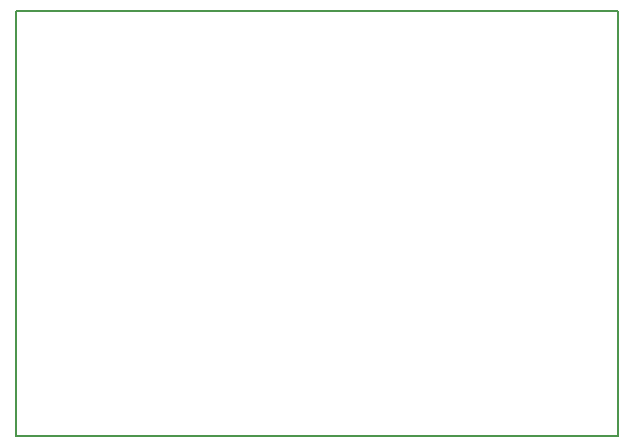
<source format=gm1>
G04 #@! TF.GenerationSoftware,KiCad,Pcbnew,5.1.2-f72e74a~84~ubuntu18.04.1*
G04 #@! TF.CreationDate,2019-07-18T21:55:21+02:00*
G04 #@! TF.ProjectId,InWall-ACDC,496e5761-6c6c-42d4-9143-44432e6b6963,1.0*
G04 #@! TF.SameCoordinates,Original*
G04 #@! TF.FileFunction,Profile,NP*
%FSLAX46Y46*%
G04 Gerber Fmt 4.6, Leading zero omitted, Abs format (unit mm)*
G04 Created by KiCad (PCBNEW 5.1.2-f72e74a~84~ubuntu18.04.1) date 2019-07-18 21:55:21*
%MOMM*%
%LPD*%
G04 APERTURE LIST*
%ADD10C,0.150000*%
G04 APERTURE END LIST*
D10*
X213000000Y-85000000D02*
X162000000Y-85000000D01*
X213000000Y-49000000D02*
X213000000Y-85000000D01*
X162000000Y-49000000D02*
X213000000Y-49000000D01*
X162000000Y-85000000D02*
X162000000Y-49000000D01*
M02*

</source>
